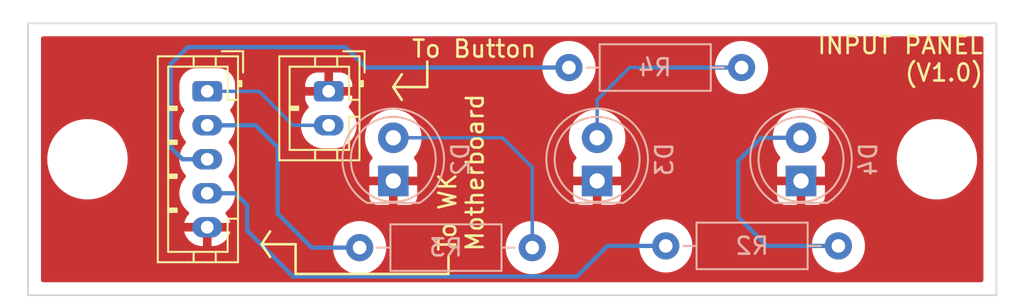
<source format=kicad_pcb>
(kicad_pcb (version 20211014) (generator pcbnew)
  (layers (0 "F.Cu" signal) (31 "B.Cu" signal) (34 "B.Paste" user) (35 "F.Paste" user) (36 "B.SilkS" user "B.Silkscreen") (37 "F.SilkS" user "F.Silkscreen") (38 "B.Mask" user) (39 "F.Mask" user) (44 "Edge.Cuts" user))
  (net 0 "")
  (net 1 "GND")
  (net 2 "Net-(D2-Pad2)")
  (net 3 "Net-(D3-Pad2)")
  (net 4 "/GREEN_LED_1")
  (net 5 "/GREEN_LED_2")
  (net 6 "Net-(D4-Pad2)")
  (net 7 "/GREEN_LED_3")
  (net 8 "/BUTTON")
  (footprint "Connector_JST:JST_PH_B5B-PH-K_1x05_P2.00mm_Vertical" (layer "F.Cu") (at 10.55 4 -90)
    (fp_text reference "J1" hide)
    (fp_text value "Conn_01x05")
    (fp_line (start 7.5 -1.2) (end 7.5 -1.81) (layer "F.SilkS") (width 0.12))
    (fp_line (start -2.06 0.8) (end -1.45 0.8) (layer "F.SilkS") (width 0.12))
    (fp_line (start 7.1 1.8) (end 7.1 2.3) (layer "F.SilkS") (width 0.12))
    (fp_line (start 1.1 1.8) (end 1.1 2.3) (layer "F.SilkS") (width 0.12))
    (fp_line (start 5 2.3) (end 5 1.8) (layer "F.SilkS") (width 0.12))
    (fp_line (start -0.3 -2.01) (end -0.6 -2.01) (layer "F.SilkS") (width 0.12))
    (fp_line (start 10.06 0.8) (end 9.45 0.8) (layer "F.SilkS") (width 0.12))
    (fp_line (start 6.9 1.8) (end 7.1 1.8) (layer "F.SilkS") (width 0.12))
    (fp_line (start 10.06 -0.5) (end 9.45 -0.5) (layer "F.SilkS") (width 0.12))
    (fp_line (start -2.06 -0.5) (end -1.45 -0.5) (layer "F.SilkS") (width 0.12))
    (fp_line (start 5.1 1.8) (end 5.1 2.3) (layer "F.SilkS") (width 0.12))
    (fp_line (start 3 2.3) (end 3 1.8) (layer "F.SilkS") (width 0.12))
    (fp_line (start 9.45 -1.2) (end 7.5 -1.2) (layer "F.SilkS") (width 0.12))
    (fp_line (start -0.3 -1.91) (end -0.6 -1.91) (layer "F.SilkS") (width 0.12))
    (fp_line (start 4.9 2.3) (end 4.9 1.8) (layer "F.SilkS") (width 0.12))
    (fp_line (start 0.9 2.3) (end 0.9 1.8) (layer "F.SilkS") (width 0.12))
    (fp_line (start 6.9 2.3) (end 6.9 1.8) (layer "F.SilkS") (width 0.12))
    (fp_line (start 1 2.3) (end 1 1.8) (layer "F.SilkS") (width 0.12))
    (fp_line (start 0.5 -1.2) (end -1.45 -1.2) (layer "F.SilkS") (width 0.12))
    (fp_line (start 10.06 -1.81) (end -2.06 -1.81) (layer "F.SilkS") (width 0.12))
    (fp_line (start -2.36 -2.11) (end -2.36 -0.86) (layer "F.SilkS") (width 0.12))
    (fp_line (start 9.45 2.3) (end 9.45 -1.2) (layer "F.SilkS") (width 0.12))
    (fp_line (start 7 2.3) (end 7 1.8) (layer "F.SilkS") (width 0.12))
    (fp_line (start -0.3 -1.81) (end -0.3 -2.01) (layer "F.SilkS") (width 0.12))
    (fp_line (start 2.9 1.8) (end 3.1 1.8) (layer "F.SilkS") (width 0.12))
    (fp_line (start -2.06 -1.81) (end -2.06 2.91) (layer "F.SilkS") (width 0.12))
    (fp_line (start 3.1 1.8) (end 3.1 2.3) (layer "F.SilkS") (width 0.12))
    (fp_line (start -1.11 -2.11) (end -2.36 -2.11) (layer "F.SilkS") (width 0.12))
    (fp_line (start -1.45 2.3) (end 9.45 2.3) (layer "F.SilkS") (width 0.12))
    (fp_line (start 4.9 1.8) (end 5.1 1.8) (layer "F.SilkS") (width 0.12))
    (fp_line (start 0.9 1.8) (end 1.1 1.8) (layer "F.SilkS") (width 0.12))
    (fp_line (start -2.06 2.91) (end 10.06 2.91) (layer "F.SilkS") (width 0.12))
    (fp_line (start 2.9 2.3) (end 2.9 1.8) (layer "F.SilkS") (width 0.12))
    (fp_line (start 10.06 2.91) (end 10.06 -1.81) (layer "F.SilkS") (width 0.12))
    (fp_line (start -1.45 -1.2) (end -1.45 2.3) (layer "F.SilkS") (width 0.12))
    (fp_line (start 0.5 -1.81) (end 0.5 -1.2) (layer "F.SilkS") (width 0.12))
    (fp_line (start -0.6 -2.01) (end -0.6 -1.81) (layer "F.SilkS") (width 0.12))
    (pad "1" thru_hole roundrect (at 0 0 270) (size 1.2 1.75) (drill 0.75) (layers *.Cu *.Mask) (roundrect_rratio 0.2083333333) (net 8 "/BUTTON"))
    (pad "2" thru_hole oval (at 2 0 270) (size 1.2 1.75) (drill 0.75) (layers *.Cu *.Mask) (net 4 "/GREEN_LED_1"))
    (pad "3" thru_hole oval (at 4 0 270) (size 1.2 1.75) (drill 0.75) (layers *.Cu *.Mask) (net 5 "/GREEN_LED_2"))
    (pad "4" thru_hole oval (at 6 0 270) (size 1.2 1.75) (drill 0.75) (layers *.Cu *.Mask) (net 7 "/GREEN_LED_3"))
    (pad "5" thru_hole oval (at 8 0 270) (size 1.2 1.75) (drill 0.75) (layers *.Cu *.Mask) (net 1 "GND"))
  )
  (footprint "Connector_JST:JST_PH_B2B-PH-K_1x02_P2.00mm_Vertical" (layer "F.Cu") (at 17.7 4 -90)
    (fp_text reference "J2" hide)
    (fp_text value "Conn_01x02")
    (fp_line (start 0.9 2.3) (end 0.9 1.8) (layer "F.SilkS") (width 0.12))
    (fp_line (start 1 2.3) (end 1 1.8) (layer "F.SilkS") (width 0.12))
    (fp_line (start -0.3 -1.91) (end -0.6 -1.91) (layer "F.SilkS") (width 0.12))
    (fp_line (start -1.45 -1.2) (end -1.45 2.3) (layer "F.SilkS") (width 0.12))
    (fp_line (start 0.9 1.8) (end 1.1 1.8) (layer "F.SilkS") (width 0.12))
    (fp_line (start 1.5 -1.2) (end 1.5 -1.81) (layer "F.SilkS") (width 0.12))
    (fp_line (start 4.06 -0.5) (end 3.45 -0.5) (layer "F.SilkS") (width 0.12))
    (fp_line (start -1.11 -2.11) (end -2.36 -2.11) (layer "F.SilkS") (width 0.12))
    (fp_line (start 3.45 -1.2) (end 1.5 -1.2) (layer "F.SilkS") (width 0.12))
    (fp_line (start -1.45 2.3) (end 3.45 2.3) (layer "F.SilkS") (width 0.12))
    (fp_line (start -2.06 0.8) (end -1.45 0.8) (layer "F.SilkS") (width 0.12))
    (fp_line (start 4.06 -1.81) (end -2.06 -1.81) (layer "F.SilkS") (width 0.12))
    (fp_line (start 3.45 2.3) (end 3.45 -1.2) (layer "F.SilkS") (width 0.12))
    (fp_line (start -0.3 -2.01) (end -0.6 -2.01) (layer "F.SilkS") (width 0.12))
    (fp_line (start 4.06 2.91) (end 4.06 -1.81) (layer "F.SilkS") (width 0.12))
    (fp_line (start -2.36 -2.11) (end -2.36 -0.86) (layer "F.SilkS") (width 0.12))
    (fp_line (start 0.5 -1.81) (end 0.5 -1.2) (layer "F.SilkS") (width 0.12))
    (fp_line (start -2.06 -1.81) (end -2.06 2.91) (layer "F.SilkS") (width 0.12))
    (fp_line (start -0.6 -2.01) (end -0.6 -1.81) (layer "F.SilkS") (width 0.12))
    (fp_line (start 1.1 1.8) (end 1.1 2.3) (layer "F.SilkS") (width 0.12))
    (fp_line (start 0.5 -1.2) (end -1.45 -1.2) (layer "F.SilkS") (width 0.12))
    (fp_line (start -0.3 -1.81) (end -0.3 -2.01) (layer "F.SilkS") (width 0.12))
    (fp_line (start -2.06 2.91) (end 4.06 2.91) (layer "F.SilkS") (width 0.12))
    (fp_line (start -2.06 -0.5) (end -1.45 -0.5) (layer "F.SilkS") (width 0.12))
    (fp_line (start 4.06 0.8) (end 3.45 0.8) (layer "F.SilkS") (width 0.12))
    (pad "1" thru_hole roundrect (at 0 0 270) (size 1.2 1.75) (drill 0.75) (layers *.Cu *.Mask) (roundrect_rratio 0.2083333333) (net 1 "GND"))
    (pad "2" thru_hole oval (at 2 0 270) (size 1.2 1.75) (drill 0.75) (layers *.Cu *.Mask) (net 8 "/BUTTON"))
  )
  (footprint "MountingHole:MountingHole_3.2mm_M3" (layer "F.Cu") (at 53.5 8)
    (fp_text reference "H2" (at 0 0) (layer "F.SilkS"))
    (fp_text value "MountingHole")
    (pad "" np_thru_hole circle (at 0 0) (size 3.2 3.2) (drill 3.2) (layers *.Cu *.Mask))
  )
  (footprint "MountingHole:MountingHole_3.2mm_M3" (layer "F.Cu") (at 3.5 8)
    (fp_text reference "H1" (at 0 0) (layer "F.SilkS"))
    (fp_text value "MountingHole")
    (pad "" np_thru_hole circle (at 0 0) (size 3.2 3.2) (drill 3.2) (layers *.Cu *.Mask))
  )
  (footprint "Resistor_THT:R_Axial_DIN0207_L6.3mm_D2.5mm_P10.16mm_Horizontal" (layer "B.Cu") (at 29.68 13.2 180)
    (fp_text reference "R3" (at 5.08 0) (layer "B.SilkS") (effects (justify mirror)))
    (fp_text value "330R")
    (fp_line (start 1.81 -1.37) (end 8.35 -1.37) (layer "B.SilkS") (width 0.12))
    (fp_line (start 1.81 1.37) (end 1.81 -1.37) (layer "B.SilkS") (width 0.12))
    (fp_line (start 8.35 1.37) (end 1.81 1.37) (layer "B.SilkS") (width 0.12))
    (fp_line (start 8.35 -1.37) (end 8.35 1.37) (layer "B.SilkS") (width 0.12))
    (fp_line (start 9.12 0) (end 8.35 0) (layer "B.SilkS") (width 0.12))
    (fp_line (start 1.04 0) (end 1.81 0) (layer "B.SilkS") (width 0.12))
    (pad "1" thru_hole circle (at 0 0 180) (size 1.6 1.6) (drill 0.8) (layers *.Cu *.Mask) (net 2 "Net-(D2-Pad2)"))
    (pad "2" thru_hole oval (at 10.16 0 180) (size 1.6 1.6) (drill 0.8) (layers *.Cu *.Mask) (net 4 "/GREEN_LED_1"))
  )
  (footprint "LED_THT:LED_D5.0mm" (layer "B.Cu") (at 33.5 9.275 90)
    (fp_text reference "D3" (at 1.27 3.96 90) (layer "B.SilkS") (effects (justify mirror)))
    (fp_text value "LED")
    (fp_line (start -1.29 1.545) (end -1.29 -1.545) (layer "B.SilkS") (width 0.12))
    (fp_arc (start 4.26 -0.000462) (mid 2.072002 2.880433) (end -1.29 1.54483) (layer "B.SilkS") (width 0.12))
    (fp_arc (start -1.29 -1.54483) (mid 2.072002 -2.880433) (end 4.26 0.000462) (layer "B.SilkS") (width 0.12))
    (fp_circle (center 1.27 0) (end 3.77 0) (layer "B.SilkS") (width 0.12) (fill none))
    (pad "1" thru_hole rect (at 0 0 90) (size 1.8 1.8) (drill 0.9) (layers *.Cu *.Mask) (net 1 "GND"))
    (pad "2" thru_hole circle (at 2.54 0 90) (size 1.8 1.8) (drill 0.9) (layers *.Cu *.Mask) (net 3 "Net-(D3-Pad2)"))
  )
  (footprint "Resistor_THT:R_Axial_DIN0207_L6.3mm_D2.5mm_P10.16mm_Horizontal" (layer "B.Cu") (at 47.7 13.1 180)
    (fp_text reference "R2" (at 5.08 0) (layer "B.SilkS") (effects (justify mirror)))
    (fp_text value "330R")
    (fp_line (start 9.12 0) (end 8.35 0) (layer "B.SilkS") (width 0.12))
    (fp_line (start 1.04 0) (end 1.81 0) (layer "B.SilkS") (width 0.12))
    (fp_line (start 8.35 -1.37) (end 8.35 1.37) (layer "B.SilkS") (width 0.12))
    (fp_line (start 1.81 1.37) (end 1.81 -1.37) (layer "B.SilkS") (width 0.12))
    (fp_line (start 8.35 1.37) (end 1.81 1.37) (layer "B.SilkS") (width 0.12))
    (fp_line (start 1.81 -1.37) (end 8.35 -1.37) (layer "B.SilkS") (width 0.12))
    (pad "1" thru_hole circle (at 0 0 180) (size 1.6 1.6) (drill 0.8) (layers *.Cu *.Mask) (net 6 "Net-(D4-Pad2)"))
    (pad "2" thru_hole oval (at 10.16 0 180) (size 1.6 1.6) (drill 0.8) (layers *.Cu *.Mask) (net 7 "/GREEN_LED_3"))
  )
  (footprint "LED_THT:LED_D5.0mm" (layer "B.Cu") (at 45.5 9.275 90)
    (fp_text reference "D4" (at 1.27 3.96 90) (layer "B.SilkS") (effects (justify mirror)))
    (fp_text value "LED")
    (fp_line (start -1.29 1.545) (end -1.29 -1.545) (layer "B.SilkS") (width 0.12))
    (fp_arc (start -1.29 -1.54483) (mid 2.072002 -2.880433) (end 4.26 0.000462) (layer "B.SilkS") (width 0.12))
    (fp_arc (start 4.26 -0.000462) (mid 2.072002 2.880433) (end -1.29 1.54483) (layer "B.SilkS") (width 0.12))
    (fp_circle (center 1.27 0) (end 3.77 0) (layer "B.SilkS") (width 0.12) (fill none))
    (pad "1" thru_hole rect (at 0 0 90) (size 1.8 1.8) (drill 0.9) (layers *.Cu *.Mask) (net 1 "GND"))
    (pad "2" thru_hole circle (at 2.54 0 90) (size 1.8 1.8) (drill 0.9) (layers *.Cu *.Mask) (net 6 "Net-(D4-Pad2)"))
  )
  (footprint "Resistor_THT:R_Axial_DIN0207_L6.3mm_D2.5mm_P10.16mm_Horizontal" (layer "B.Cu") (at 42 2.6 180)
    (fp_text reference "R4" (at 5.1 0) (layer "B.SilkS") (effects (justify mirror)))
    (fp_text value "330R")
    (fp_line (start 1.04 0) (end 1.81 0) (layer "B.SilkS") (width 0.12))
    (fp_line (start 8.35 1.37) (end 1.81 1.37) (layer "B.SilkS") (width 0.12))
    (fp_line (start 9.12 0) (end 8.35 0) (layer "B.SilkS") (width 0.12))
    (fp_line (start 1.81 -1.37) (end 8.35 -1.37) (layer "B.SilkS") (width 0.12))
    (fp_line (start 1.81 1.37) (end 1.81 -1.37) (layer "B.SilkS") (width 0.12))
    (fp_line (start 8.35 -1.37) (end 8.35 1.37) (layer "B.SilkS") (width 0.12))
    (pad "1" thru_hole circle (at 0 0 180) (size 1.6 1.6) (drill 0.8) (layers *.Cu *.Mask) (net 3 "Net-(D3-Pad2)"))
    (pad "2" thru_hole oval (at 10.16 0 180) (size 1.6 1.6) (drill 0.8) (layers *.Cu *.Mask) (net 5 "/GREEN_LED_2"))
  )
  (footprint "LED_THT:LED_D5.0mm" (layer "B.Cu") (at 21.5 9.275 90)
    (fp_text reference "D2" (at 1.27 3.96 90) (layer "B.SilkS") (effects (justify mirror)))
    (fp_text value "LED")
    (fp_line (start -1.29 1.545) (end -1.29 -1.545) (layer "B.SilkS") (width 0.12))
    (fp_arc (start 4.26 -0.000462) (mid 2.072002 2.880433) (end -1.29 1.54483) (layer "B.SilkS") (width 0.12))
    (fp_arc (start -1.29 -1.54483) (mid 2.072002 -2.880433) (end 4.26 0.000462) (layer "B.SilkS") (width 0.12))
    (fp_circle (center 1.27 0) (end 3.77 0) (layer "B.SilkS") (width 0.12) (fill none))
    (pad "1" thru_hole rect (at 0 0 90) (size 1.8 1.8) (drill 0.9) (layers *.Cu *.Mask) (net 1 "GND"))
    (pad "2" thru_hole circle (at 2.54 0 90) (size 1.8 1.8) (drill 0.9) (layers *.Cu *.Mask) (net 2 "Net-(D2-Pad2)"))
  )
  (gr_line (start 14.25 13.75) (end 13.75 13) (layer "F.SilkS") (width 0.1524))
  (gr_line (start 24.75 14.75) (end 15.75 14.75) (layer "F.SilkS") (width 0.1524))
  (gr_line (start 15.75 13) (end 13.75 13) (layer "F.SilkS") (width 0.1524))
  (gr_line (start 23.5 3.75) (end 21.5 3.75) (layer "F.SilkS") (width 0.1524))
  (gr_line (start 23.5 2.25) (end 23.5 3.75) (layer "F.SilkS") (width 0.1524))
  (gr_line (start 22 4.5) (end 21.5 3.75) (layer "F.SilkS") (width 0.1524))
  (gr_line (start 15.75 14.75) (end 15.75 13) (layer "F.SilkS") (width 0.1524))
  (gr_line (start 14.25 12.25) (end 13.75 13) (layer "F.SilkS") (width 0.1524))
  (gr_line (start 22 3) (end 21.5 3.75) (layer "F.SilkS") (width 0.1524))
  (gr_line (start 24.75 13.75) (end 24.75 14.75) (layer "F.SilkS") (width 0.1524))
  (gr_line (start 57 16) (end 0 16) (layer "Edge.Cuts") (width 0.1))
  (gr_line (start 57 0) (end 57 16) (layer "Edge.Cuts") (width 0.1))
  (gr_line (start 0 16) (end 0 0) (layer "Edge.Cuts") (width 0.1))
  (gr_line (start 0 0) (end 57 0) (layer "Edge.Cuts") (width 0.1))
  (gr_text "INPUT PANEL\n(V1.0)" (at 56.3 2.1) (layer "F.SilkS") (effects (font (size 1 1) (thickness 0.1524)) (justify right)))
  (gr_text "To WK\nMotherboard" (at 25.5 13.5 90) (layer "F.SilkS") (effects (font (size 1 1) (thickness 0.1524)) (justify left)))
  (gr_text "To Button" (at 30 1.5) (layer "F.SilkS") (effects (font (size 1 1) (thickness 0.1524)) (justify right)))
  (segment (start 29.68 8.48) (end 29.68 13.2) (width 0.2032) (layer "B.Cu") (net 2))
  (segment (start 21.5 6.735) (end 27.935 6.735) (width 0.2032) (layer "B.Cu") (net 2))
  (segment (start 27.935 6.735) (end 29.68 8.48) (width 0.2032) (layer "B.Cu") (net 2))
  (segment (start 33.5 6.735) (end 33.5 4.5) (width 0.2032) (layer "B.Cu") (net 3))
  (segment (start 33.5 4.5) (end 35.4 2.6) (width 0.2032) (layer "B.Cu") (net 3))
  (segment (start 35.4 2.6) (end 36.6 2.6) (width 0.2032) (layer "B.Cu") (net 3))
  (segment (start 42 2.6) (end 36.6 2.6) (width 0.254) (layer "B.Cu") (net 3))
  (segment (start 13.4 6) (end 14.7 7.3) (width 0.254) (layer "B.Cu") (net 4))
  (segment (start 16.7 13.2) (end 19.52 13.2) (width 0.254) (layer "B.Cu") (net 4))
  (segment (start 14.7 7.3) (end 14.7 11.2) (width 0.254) (layer "B.Cu") (net 4))
  (segment (start 14.7 11.2) (end 16.7 13.2) (width 0.254) (layer "B.Cu") (net 4))
  (segment (start 10.55 6) (end 13.4 6) (width 0.254) (layer "B.Cu") (net 4))
  (segment (start 9.1 8) (end 10.55 8) (width 0.254) (layer "B.Cu") (net 5))
  (segment (start 8.4 2.4) (end 8.4 7.3) (width 0.254) (layer "B.Cu") (net 5))
  (segment (start 22.3 2.6) (end 31.84 2.6) (width 0.254) (layer "B.Cu") (net 5))
  (segment (start 18.7 1.4) (end 9.4 1.4) (width 0.254) (layer "B.Cu") (net 5))
  (segment (start 8.4 7.3) (end 9.1 8) (width 0.254) (layer "B.Cu") (net 5))
  (segment (start 19.9 2.6) (end 18.7 1.4) (width 0.254) (layer "B.Cu") (net 5))
  (segment (start 9.4 1.4) (end 8.4 2.4) (width 0.254) (layer "B.Cu") (net 5))
  (segment (start 22.3 2.6) (end 19.9 2.6) (width 0.254) (layer "B.Cu") (net 5))
  (segment (start 41.8 11.4) (end 43.5 13.1) (width 0.254) (layer "B.Cu") (net 6))
  (segment (start 41.8 8.1) (end 41.8 11.4) (width 0.254) (layer "B.Cu") (net 6))
  (segment (start 43.165 6.735) (end 41.8 8.1) (width 0.254) (layer "B.Cu") (net 6))
  (segment (start 45.5 6.735) (end 43.165 6.735) (width 0.254) (layer "B.Cu") (net 6))
  (segment (start 43.5 13.1) (end 47.7 13.1) (width 0.254) (layer "B.Cu") (net 6))
  (segment (start 12.9 10.7) (end 12.9 12.2) (width 0.254) (layer "B.Cu") (net 7))
  (segment (start 10.55 10) (end 12.2 10) (width 0.254) (layer "B.Cu") (net 7))
  (segment (start 12.2 10) (end 12.9 10.7) (width 0.254) (layer "B.Cu") (net 7))
  (segment (start 12.9 12.2) (end 15.6 14.9) (width 0.254) (layer "B.Cu") (net 7))
  (segment (start 34.1 13.1) (end 37.54 13.1) (width 0.254) (layer "B.Cu") (net 7))
  (segment (start 32.3 14.9) (end 34.1 13.1) (width 0.254) (layer "B.Cu") (net 7))
  (segment (start 15.6 14.9) (end 32.3 14.9) (width 0.254) (layer "B.Cu") (net 7))
  (segment (start 17.7 6) (end 15.6 6) (width 0.2032) (layer "B.Cu") (net 8))
  (segment (start 13.6 4) (end 10.55 4) (width 0.2032) (layer "B.Cu") (net 8))
  (segment (start 15.6 6) (end 13.6 4) (width 0.2032) (layer "B.Cu") (net 8))
  (zone (net 1) (net_name "GND") (layer "F.Cu") (connect_pads thru_hole_only (clearance 0.762)) (min_thickness 0.254) (fill yes (thermal_gap 0.508) (thermal_bridge_width 0.508))
    (polygon (pts (xy 56.6 15.6) (xy 0.4 15.6) (xy 0.4 0.4) (xy 56.6 0.4)))
  )
)
</source>
